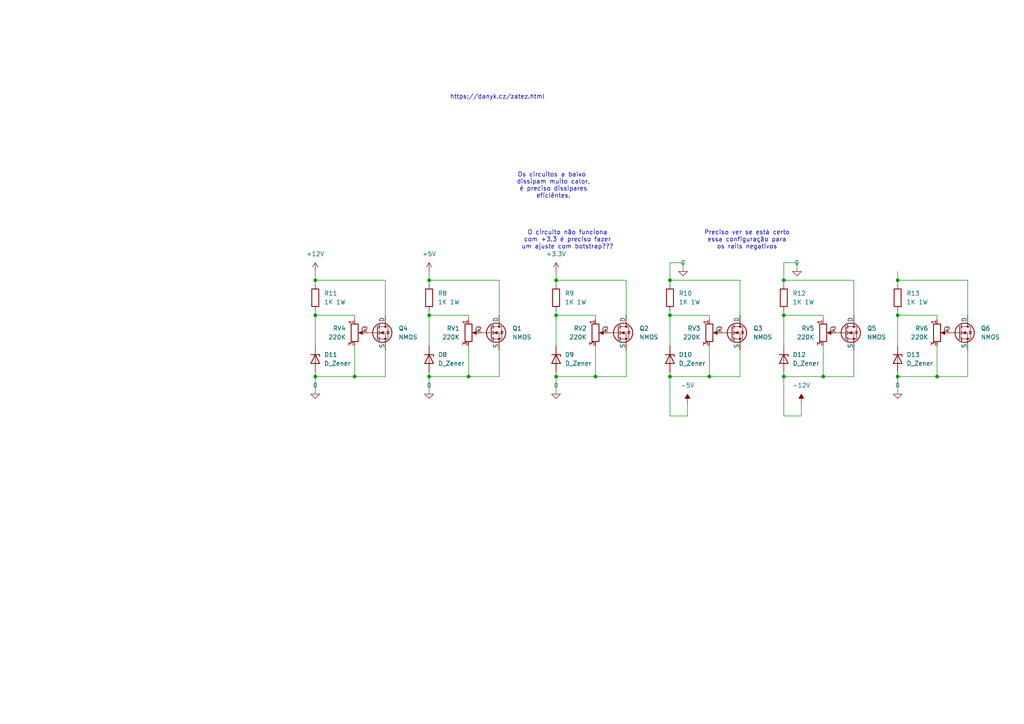
<source format=kicad_sch>
(kicad_sch (version 20231120) (generator "eeschema") (generator_version "8.0")
  (paper "A4")
  (lib_symbols
    (symbol "Device:D_Zener" (pin_numbers hide) (pin_names (offset 1.016) hide)
      (property "Reference" "D" (at 0 2.54 0))
      (property "Value" "D_Zener" (at 0 -2.54 0))
      (symbol "D_Zener_0_1"
        (polyline (pts (xy 1.27 0) (xy -1.27 0)))
        (polyline (pts (xy -1.27 -1.27) (xy -1.27 1.27) (xy -0.762 1.27)) (stroke (width 0.254)))
        (polyline (pts (xy 1.27 -1.27) (xy 1.27 1.27) (xy -1.27 0) (xy 1.27 -1.27)) (stroke (width 0.254)))
      )
      (symbol "D_Zener_1_1"
        (pin passive line (at -3.81 0 0) (length 2.54) (name "K") (number "1"))
        (pin passive line (at 3.81 0 180) (length 2.54) (name "A") (number "2"))
      )
    )
    (symbol "Device:R" (pin_numbers hide) (pin_names (offset 0))
      (property "Reference" "R" (at 2.032 0 90))
      (property "Value" "R" (at 0 0 90))
      (symbol "R_0_1"
        (rectangle (start -1.016 -2.54) (end 1.016 2.54) (stroke (width 0.254)))
      )
      (symbol "R_1_1"
        (pin passive line (at 0 3.81 270) (length 1.27) (name "~") (number "1"))
        (pin passive line (at 0 -3.81 90) (length 1.27) (name "~") (number "2"))
      )
    )
    (symbol "Device:R_Potentiometer" (pin_names (offset 1.016) hide)
      (property "Reference" "RV" (at -4.445 0 90))
      (property "Value" "R_Potentiometer" (at -2.54 0 90))
      (symbol "R_Potentiometer_0_1"
        (polyline (pts (xy 2.54 0) (xy 1.524 0)))
        (polyline (pts (xy 1.143 0) (xy 2.286 0.508) (xy 2.286 -0.508) (xy 1.143 0)) (fill (type outline)))
        (rectangle (start 1.016 2.54) (end -1.016 -2.54) (stroke (width 0.254)))
      )
      (symbol "R_Potentiometer_1_1"
        (pin passive line (at 0 3.81 270) (length 1.27) (name "1") (number "1"))
        (pin passive line (at 3.81 0 180) (length 1.27) (name "2") (number "2"))
        (pin passive line (at 0 -3.81 90) (length 1.27) (name "3") (number "3"))
      )
    )
    (symbol "Simulation_SPICE:0" (power) (pin_numbers hide) (pin_names (offset 0) hide)
      (property "Value" "0" (at 0 -2.54 0))
      (symbol "0_0_1"
        (polyline (pts (xy -1.27 0) (xy 0 -1.27) (xy 1.27 0) (xy -1.27 0)))
      )
      (symbol "0_1_1"
        (pin power_in line (at 0 0 0) (length 0) (name "~") (number "1"))
      )
    )
    (symbol "Simulation_SPICE:NMOS" (pin_numbers hide) (pin_names (offset 0))
      (property "Reference" "Q" (at 5.08 1.27 0))
      (property "Value" "NMOS" (at 5.08 -1.27 0))
      (symbol "NMOS_0_1"
        (polyline (pts (xy 0.254 0) (xy -2.54 0)))
        (polyline (pts (xy 0.254 1.905) (xy 0.254 -1.905)) (stroke (width 0.254)))
        (polyline (pts (xy 0.762 -1.27) (xy 0.762 -2.286)) (stroke (width 0.254)))
        (polyline (pts (xy 0.762 0.508) (xy 0.762 -0.508)) (stroke (width 0.254)))
        (polyline (pts (xy 0.762 2.286) (xy 0.762 1.27)) (stroke (width 0.254)))
        (polyline (pts (xy 2.54 2.54) (xy 2.54 1.778)))
        (polyline (pts (xy 2.54 -2.54) (xy 2.54 0) (xy 0.762 0)))
        (polyline (pts (xy 0.762 -1.778) (xy 3.302 -1.778) (xy 3.302 1.778) (xy 0.762 1.778)))
        (polyline (pts (xy 1.016 0) (xy 2.032 0.381) (xy 2.032 -0.381) (xy 1.016 0)) (fill (type outline)))
        (polyline (pts (xy 2.794 0.508) (xy 2.921 0.381) (xy 3.683 0.381) (xy 3.81 0.254)))
        (polyline (pts (xy 3.302 0.381) (xy 2.921 -0.254) (xy 3.683 -0.254) (xy 3.302 0.381)))
        (circle (center 1.651 0) (radius 2.794) (stroke (width 0.254)))
        (circle (center 2.54 -1.778) (radius 0.254) (fill (type outline)))
        (circle (center 2.54 1.778) (radius 0.254) (fill (type outline)))
      )
      (symbol "NMOS_1_1"
        (pin passive line (at 2.54 5.08 270) (length 2.54) (name "D") (number "1"))
        (pin input line (at -5.08 0 0) (length 2.54) (name "G") (number "2"))
        (pin passive line (at 2.54 -5.08 90) (length 2.54) (name "S") (number "3"))
      )
    )
    (symbol "power:+12V" (power) (pin_numbers hide) (pin_names (offset 0) hide)
      (property "Value" "+12V" (at 0 3.556 0))
      (symbol "+12V_0_1"
        (polyline (pts (xy -0.762 1.27) (xy 0 2.54)))
        (polyline (pts (xy 0 0) (xy 0 2.54)))
        (polyline (pts (xy 0 2.54) (xy 0.762 1.27)))
      )
      (symbol "+12V_1_1"
        (pin power_in line (at 0 0 90) (length 0) (name "~") (number "1"))
      )
    )
    (symbol "power:+3.3V" (power) (pin_numbers hide) (pin_names (offset 0) hide)
      (property "Value" "+3.3V" (at 0 3.556 0))
      (symbol "+3.3V_0_1"
        (polyline (pts (xy -0.762 1.27) (xy 0 2.54)))
        (polyline (pts (xy 0 0) (xy 0 2.54)))
        (polyline (pts (xy 0 2.54) (xy 0.762 1.27)))
      )
      (symbol "+3.3V_1_1"
        (pin power_in line (at 0 0 90) (length 0) (name "~") (number "1"))
      )
    )
    (symbol "power:+5V" (power) (pin_numbers hide) (pin_names (offset 0) hide)
      (property "Value" "+5V" (at 0 3.556 0))
      (symbol "+5V_0_1"
        (polyline (pts (xy -0.762 1.27) (xy 0 2.54)))
        (polyline (pts (xy 0 0) (xy 0 2.54)))
        (polyline (pts (xy 0 2.54) (xy 0.762 1.27)))
      )
      (symbol "+5V_1_1"
        (pin power_in line (at 0 0 90) (length 0) (name "~") (number "1"))
      )
    )
    (symbol "power:-12V" (power) (pin_numbers hide) (pin_names (offset 0) hide)
      (property "Value" "-12V" (at 0 3.556 0))
      (symbol "-12V_0_0"
        (pin power_in line (at 0 0 90) (length 0) (name "~") (number "1"))
      )
      (symbol "-12V_0_1"
        (polyline (pts (xy 0 0) (xy 0 1.27) (xy 0.762 1.27) (xy 0 2.54) (xy -0.762 1.27) (xy 0 1.27)) (fill (type outline)))
      )
    )
    (symbol "power:-5V" (power) (pin_numbers hide) (pin_names (offset 0) hide)
      (property "Value" "-5V" (at 0 3.556 0))
      (symbol "-5V_0_0"
        (pin power_in line (at 0 0 90) (length 0) (name "~") (number "1"))
      )
      (symbol "-5V_0_1"
        (polyline (pts (xy 0 0) (xy 0 1.27) (xy 0.762 1.27) (xy 0 2.54) (xy -0.762 1.27) (xy 0 1.27)) (fill (type outline)))
      )
    )
  )
  (junction (at 260.35 109.22))
  (junction (at 161.29 91.44))
  (junction (at 194.31 81.28))
  (junction (at 124.46 91.44))
  (junction (at 260.35 91.44))
  (junction (at 238.76 109.22))
  (junction (at 91.44 91.44))
  (junction (at 124.46 109.22))
  (junction (at 260.35 81.28))
  (junction (at 135.89 109.22))
  (junction (at 91.44 109.22))
  (junction (at 172.72 109.22))
  (junction (at 91.44 81.28))
  (junction (at 161.29 109.22))
  (junction (at 194.31 109.22))
  (junction (at 227.33 91.44))
  (junction (at 205.74 109.22))
  (junction (at 102.87 109.22))
  (junction (at 124.46 81.28))
  (junction (at 227.33 81.28))
  (junction (at 161.29 81.28))
  (junction (at 271.78 109.22))
  (junction (at 194.31 91.44))
  (junction (at 227.33 109.22))
  (wire (pts (xy 194.31 107.95) (xy 194.31 109.22)))
  (wire (pts (xy 194.31 76.2) (xy 198.12 76.2)))
  (wire (pts (xy 172.72 109.22) (xy 181.61 109.22)))
  (wire (pts (xy 172.72 100.33) (xy 172.72 109.22)))
  (wire (pts (xy 161.29 90.17) (xy 161.29 91.44)))
  (wire (pts (xy 135.89 109.22) (xy 144.78 109.22)))
  (wire (pts (xy 91.44 91.44) (xy 102.87 91.44)))
  (wire (pts (xy 124.46 107.95) (xy 124.46 109.22)))
  (wire (pts (xy 231.14 76.2) (xy 231.14 78.74)))
  (wire (pts (xy 194.31 81.28) (xy 194.31 82.55)))
  (wire (pts (xy 102.87 109.22) (xy 111.76 109.22)))
  (wire (pts (xy 161.29 81.28) (xy 161.29 82.55)))
  (wire (pts (xy 260.35 78.74) (xy 260.35 81.28)))
  (wire (pts (xy 102.87 100.33) (xy 102.87 109.22)))
  (wire (pts (xy 260.35 91.44) (xy 260.35 100.33)))
  (wire (pts (xy 232.41 116.84) (xy 232.41 120.65)))
  (wire (pts (xy 280.67 91.44) (xy 280.67 81.28)))
  (wire (pts (xy 280.67 81.28) (xy 260.35 81.28)))
  (wire (pts (xy 172.72 91.44) (xy 172.72 92.71)))
  (wire (pts (xy 124.46 81.28) (xy 124.46 82.55)))
  (wire (pts (xy 176.53 96.52) (xy 173.99 96.52)))
  (wire (pts (xy 242.57 96.52) (xy 240.03 96.52)))
  (wire (pts (xy 194.31 109.22) (xy 205.74 109.22)))
  (wire (pts (xy 194.31 109.22) (xy 194.31 120.65)))
  (wire (pts (xy 214.63 81.28) (xy 194.31 81.28)))
  (wire (pts (xy 124.46 91.44) (xy 124.46 100.33)))
  (wire (pts (xy 144.78 91.44) (xy 144.78 81.28)))
  (wire (pts (xy 238.76 109.22) (xy 247.65 109.22)))
  (wire (pts (xy 181.61 81.28) (xy 161.29 81.28)))
  (wire (pts (xy 209.55 96.52) (xy 207.01 96.52)))
  (wire (pts (xy 275.59 96.52) (xy 273.05 96.52)))
  (wire (pts (xy 111.76 91.44) (xy 111.76 81.28)))
  (wire (pts (xy 260.35 109.22) (xy 271.78 109.22)))
  (wire (pts (xy 227.33 107.95) (xy 227.33 109.22)))
  (wire (pts (xy 247.65 81.28) (xy 227.33 81.28)))
  (wire (pts (xy 247.65 91.44) (xy 247.65 81.28)))
  (wire (pts (xy 91.44 90.17) (xy 91.44 91.44)))
  (wire (pts (xy 227.33 90.17) (xy 227.33 91.44)))
  (wire (pts (xy 199.39 120.65) (xy 194.31 120.65)))
  (wire (pts (xy 238.76 100.33) (xy 238.76 109.22)))
  (wire (pts (xy 227.33 91.44) (xy 227.33 100.33)))
  (wire (pts (xy 199.39 116.84) (xy 199.39 120.65)))
  (wire (pts (xy 161.29 107.95) (xy 161.29 109.22)))
  (wire (pts (xy 227.33 109.22) (xy 238.76 109.22)))
  (wire (pts (xy 161.29 91.44) (xy 161.29 100.33)))
  (wire (pts (xy 111.76 81.28) (xy 91.44 81.28)))
  (wire (pts (xy 161.29 109.22) (xy 172.72 109.22)))
  (wire (pts (xy 205.74 100.33) (xy 205.74 109.22)))
  (wire (pts (xy 194.31 91.44) (xy 205.74 91.44)))
  (wire (pts (xy 247.65 109.22) (xy 247.65 101.6)))
  (wire (pts (xy 271.78 100.33) (xy 271.78 109.22)))
  (wire (pts (xy 135.89 91.44) (xy 135.89 92.71)))
  (wire (pts (xy 161.29 109.22) (xy 161.29 114.3)))
  (wire (pts (xy 91.44 109.22) (xy 102.87 109.22)))
  (wire (pts (xy 260.35 91.44) (xy 271.78 91.44)))
  (wire (pts (xy 227.33 81.28) (xy 227.33 82.55)))
  (wire (pts (xy 124.46 91.44) (xy 135.89 91.44)))
  (wire (pts (xy 91.44 109.22) (xy 91.44 114.3)))
  (wire (pts (xy 232.41 120.65) (xy 227.33 120.65)))
  (wire (pts (xy 181.61 109.22) (xy 181.61 101.6)))
  (wire (pts (xy 91.44 107.95) (xy 91.44 109.22)))
  (wire (pts (xy 271.78 91.44) (xy 271.78 92.71)))
  (wire (pts (xy 111.76 109.22) (xy 111.76 101.6)))
  (wire (pts (xy 227.33 91.44) (xy 238.76 91.44)))
  (wire (pts (xy 135.89 100.33) (xy 135.89 109.22)))
  (wire (pts (xy 144.78 109.22) (xy 144.78 101.6)))
  (wire (pts (xy 124.46 109.22) (xy 124.46 114.3)))
  (wire (pts (xy 181.61 91.44) (xy 181.61 81.28)))
  (wire (pts (xy 102.87 91.44) (xy 102.87 92.71)))
  (wire (pts (xy 260.35 81.28) (xy 260.35 82.55)))
  (wire (pts (xy 124.46 78.74) (xy 124.46 81.28)))
  (wire (pts (xy 238.76 91.44) (xy 238.76 92.71)))
  (wire (pts (xy 227.33 76.2) (xy 231.14 76.2)))
  (wire (pts (xy 194.31 91.44) (xy 194.31 100.33)))
  (wire (pts (xy 194.31 90.17) (xy 194.31 91.44)))
  (wire (pts (xy 271.78 109.22) (xy 280.67 109.22)))
  (wire (pts (xy 106.68 96.52) (xy 104.14 96.52)))
  (wire (pts (xy 161.29 91.44) (xy 172.72 91.44)))
  (wire (pts (xy 260.35 90.17) (xy 260.35 91.44)))
  (wire (pts (xy 280.67 109.22) (xy 280.67 101.6)))
  (wire (pts (xy 227.33 76.2) (xy 227.33 81.28)))
  (wire (pts (xy 139.7 96.52) (xy 137.16 96.52)))
  (wire (pts (xy 214.63 109.22) (xy 214.63 101.6)))
  (wire (pts (xy 205.74 91.44) (xy 205.74 92.71)))
  (wire (pts (xy 124.46 109.22) (xy 135.89 109.22)))
  (wire (pts (xy 198.12 76.2) (xy 198.12 78.74)))
  (wire (pts (xy 161.29 78.74) (xy 161.29 81.28)))
  (wire (pts (xy 91.44 91.44) (xy 91.44 100.33)))
  (wire (pts (xy 205.74 109.22) (xy 214.63 109.22)))
  (wire (pts (xy 214.63 91.44) (xy 214.63 81.28)))
  (wire (pts (xy 124.46 90.17) (xy 124.46 91.44)))
  (wire (pts (xy 144.78 81.28) (xy 124.46 81.28)))
  (wire (pts (xy 194.31 76.2) (xy 194.31 81.28)))
  (wire (pts (xy 260.35 109.22) (xy 260.35 114.3)))
  (wire (pts (xy 91.44 81.28) (xy 91.44 82.55)))
  (wire (pts (xy 227.33 109.22) (xy 227.33 120.65)))
  (wire (pts (xy 260.35 107.95) (xy 260.35 109.22)))
  (wire (pts (xy 91.44 78.74) (xy 91.44 81.28)))
  (text "Preciso ver se está certo\nessa configuração para\nos rails negativos" (at 216.662 69.596 0) (effects (font (size 1.27 1.27))))
  (text "O circuito não funciona\ncom +3.3 é preciso fazer\num ajuste com botstrap???" (at 164.592 69.596 0) (effects (font (size 1.27 1.27))))
  (text "https://danyk.cz/zatez.html" (at 144.272 28.194 0) (effects (font (size 1.27 1.27))))
  (text "Os circuitos a baixo \ndissipam muito calor,\né preciso dissipares\neficiêntes." (at 160.528 53.848 0) (effects (font (size 1.27 1.27))))
  (symbol (lib_id "Device:R_Potentiometer") (at 102.87 96.52 0) (unit 1)
    (property "Reference" "RV4" (at 100.33 95.2499 0) (effects (justify right)))
    (property "Value" "220K" (at 100.33 97.7899 0) (effects (justify right)))
    (property "Description" "Potentiometer" (effects (hide yes)))
  )
  (symbol (lib_id "Device:R") (at 161.29 86.36 0) (unit 1)
    (property "Reference" "R9" (at 163.83 85.0899 0) (effects (justify left)))
    (property "Value" "1K 1W" (at 163.83 87.6299 0) (effects (justify left)))
    (property "Description" "Resistor" (effects (hide yes)))
  )
  (symbol (lib_id "Device:R") (at 260.35 86.36 0) (unit 1)
    (property "Reference" "R13" (at 262.89 85.0899 0) (effects (justify left)))
    (property "Value" "1K 1W" (at 262.89 87.6299 0) (effects (justify left)))
    (property "Description" "Resistor" (effects (hide yes)))
  )
  (symbol (lib_id "power:-5V") (at 199.39 116.84 0) (unit 1)
    (property "Reference" "#PWR023" (effects (hide yes)))
    (property "Value" "-5V" (at 199.39 111.76 0))
    (property "Description" "Power symbol creates a global label with name \"-5V\"" (effects (hide yes)))
  )
  (symbol (lib_id "power:+12V") (at 91.44 78.74 0) (unit 1)
    (property "Reference" "#PWR020" (effects (hide yes)))
    (property "Value" "+12V" (at 91.44 73.66 0))
    (property "Description" "Power symbol creates a global label with name \"+12V\"" (effects (hide yes)))
  )
  (symbol (lib_id "Device:D_Zener") (at 227.33 104.14 270) (unit 1)
    (property "Reference" "D12" (at 229.87 102.8699 90) (effects (justify left)))
    (property "Value" "D_Zener" (at 229.87 105.4099 90) (effects (justify left)))
    (property "Description" "Zener diode" (effects (hide yes)))
  )
  (symbol (lib_id "Device:D_Zener") (at 124.46 104.14 270) (unit 1)
    (property "Reference" "D8" (at 127 102.8699 90) (effects (justify left)))
    (property "Value" "D_Zener" (at 127 105.4099 90) (effects (justify left)))
    (property "Description" "Zener diode" (effects (hide yes)))
  )
  (symbol (lib_id "Device:D_Zener") (at 91.44 104.14 270) (unit 1)
    (property "Reference" "D11" (at 93.98 102.8699 90) (effects (justify left)))
    (property "Value" "D_Zener" (at 93.98 105.4099 90) (effects (justify left)))
    (property "Description" "Zener diode" (effects (hide yes)))
  )
  (symbol (lib_id "Simulation_SPICE:NMOS") (at 179.07 96.52 0) (unit 1)
    (property "Reference" "Q2" (at 185.42 95.2499 0) (effects (justify left)))
    (property "Value" "NMOS" (at 185.42 97.7899 0) (effects (justify left)))
    (property "Datasheet" "https://ngspice.sourceforge.io/docs/ngspice-html-manual/manual.xhtml#cha_MOSFETs" (effects (hide yes)))
    (property "Description" "N-MOSFET transistor, drain/source/gate" (effects (hide yes)))
    (property "Sim.Device" "NMOS" (effects (hide yes)))
    (property "Sim.Type" "VDMOS" (effects (hide yes)))
    (property "Sim.Pins" "1=D 2=G 3=S" (effects (hide yes)))
  )
  (symbol (lib_id "Device:R_Potentiometer") (at 172.72 96.52 0) (unit 1)
    (property "Reference" "RV2" (at 170.18 95.2499 0) (effects (justify right)))
    (property "Value" "220K" (at 170.18 97.7899 0) (effects (justify right)))
    (property "Description" "Potentiometer" (effects (hide yes)))
  )
  (symbol (lib_id "Device:R_Potentiometer") (at 205.74 96.52 0) (unit 1)
    (property "Reference" "RV3" (at 203.2 95.2499 0) (effects (justify right)))
    (property "Value" "220K" (at 203.2 97.7899 0) (effects (justify right)))
    (property "Description" "Potentiometer" (effects (hide yes)))
  )
  (symbol (lib_id "Simulation_SPICE:NMOS") (at 278.13 96.52 0) (unit 1)
    (property "Reference" "Q6" (at 284.48 95.2499 0) (effects (justify left)))
    (property "Value" "NMOS" (at 284.48 97.7899 0) (effects (justify left)))
    (property "Datasheet" "https://ngspice.sourceforge.io/docs/ngspice-html-manual/manual.xhtml#cha_MOSFETs" (effects (hide yes)))
    (property "Description" "N-MOSFET transistor, drain/source/gate" (effects (hide yes)))
    (property "Sim.Device" "NMOS" (effects (hide yes)))
    (property "Sim.Type" "VDMOS" (effects (hide yes)))
    (property "Sim.Pins" "1=D 2=G 3=S" (effects (hide yes)))
  )
  (symbol (lib_id "Device:R_Potentiometer") (at 135.89 96.52 0) (unit 1)
    (property "Reference" "RV1" (at 133.35 95.2499 0) (effects (justify right)))
    (property "Value" "220K" (at 133.35 97.7899 0) (effects (justify right)))
    (property "Description" "Potentiometer" (effects (hide yes)))
  )
  (symbol (lib_id "Device:R_Potentiometer") (at 271.78 96.52 0) (unit 1)
    (property "Reference" "RV6" (at 269.24 95.2499 0) (effects (justify right)))
    (property "Value" "220K" (at 269.24 97.7899 0) (effects (justify right)))
    (property "Description" "Potentiometer" (effects (hide yes)))
  )
  (symbol (lib_id "Device:R") (at 227.33 86.36 0) (unit 1)
    (property "Reference" "R12" (at 229.87 85.0899 0) (effects (justify left)))
    (property "Value" "1K 1W" (at 229.87 87.6299 0) (effects (justify left)))
    (property "Description" "Resistor" (effects (hide yes)))
  )
  (symbol (lib_id "Simulation_SPICE:0") (at 198.12 78.74 0) (unit 1)
    (property "Reference" "#GND03" (effects (hide yes)))
    (property "Value" "0" (at 198.12 76.2 0))
    (property "Datasheet" "https://ngspice.sourceforge.io/docs/ngspice-html-manual/manual.xhtml#subsec_Circuit_elements__device" (effects (hide yes)))
    (property "Description" "0V reference potential for simulation" (effects (hide yes)))
  )
  (symbol (lib_id "power:+5V") (at 124.46 78.74 0) (unit 1)
    (property "Reference" "#PWR021" (effects (hide yes)))
    (property "Value" "+5V" (at 124.46 73.66 0))
    (property "Description" "Power symbol creates a global label with name \"+5V\"" (effects (hide yes)))
  )
  (symbol (lib_id "Simulation_SPICE:NMOS") (at 142.24 96.52 0) (unit 1)
    (property "Reference" "Q1" (at 148.59 95.2499 0) (effects (justify left)))
    (property "Value" "NMOS" (at 148.59 97.7899 0) (effects (justify left)))
    (property "Datasheet" "https://ngspice.sourceforge.io/docs/ngspice-html-manual/manual.xhtml#cha_MOSFETs" (effects (hide yes)))
    (property "Description" "N-MOSFET transistor, drain/source/gate" (effects (hide yes)))
    (property "Sim.Device" "NMOS" (effects (hide yes)))
    (property "Sim.Type" "VDMOS" (effects (hide yes)))
    (property "Sim.Pins" "1=D 2=G 3=S" (effects (hide yes)))
  )
  (symbol (lib_id "power:-12V") (at 232.41 116.84 0) (unit 1)
    (property "Reference" "#PWR024" (effects (hide yes)))
    (property "Value" "-12V" (at 232.41 111.76 0))
    (property "Description" "Power symbol creates a global label with name \"-12V\"" (effects (hide yes)))
  )
  (symbol (lib_id "Simulation_SPICE:0") (at 124.46 114.3 0) (unit 1)
    (property "Reference" "#GND01" (effects (hide yes)))
    (property "Value" "0" (at 124.46 111.76 0))
    (property "Datasheet" "https://ngspice.sourceforge.io/docs/ngspice-html-manual/manual.xhtml#subsec_Circuit_elements__device" (effects (hide yes)))
    (property "Description" "0V reference potential for simulation" (effects (hide yes)))
  )
  (symbol (lib_id "Device:R") (at 194.31 86.36 0) (unit 1)
    (property "Reference" "R10" (at 196.85 85.0899 0) (effects (justify left)))
    (property "Value" "1K 1W" (at 196.85 87.6299 0) (effects (justify left)))
    (property "Description" "Resistor" (effects (hide yes)))
  )
  (symbol (lib_id "Simulation_SPICE:0") (at 231.14 78.74 0) (unit 1)
    (property "Reference" "#GND05" (effects (hide yes)))
    (property "Value" "0" (at 231.14 76.2 0))
    (property "Datasheet" "https://ngspice.sourceforge.io/docs/ngspice-html-manual/manual.xhtml#subsec_Circuit_elements__device" (effects (hide yes)))
    (property "Description" "0V reference potential for simulation" (effects (hide yes)))
  )
  (symbol (lib_id "Simulation_SPICE:NMOS") (at 245.11 96.52 0) (unit 1)
    (property "Reference" "Q5" (at 251.46 95.2499 0) (effects (justify left)))
    (property "Value" "NMOS" (at 251.46 97.7899 0) (effects (justify left)))
    (property "Datasheet" "https://ngspice.sourceforge.io/docs/ngspice-html-manual/manual.xhtml#cha_MOSFETs" (effects (hide yes)))
    (property "Description" "N-MOSFET transistor, drain/source/gate" (effects (hide yes)))
    (property "Sim.Device" "NMOS" (effects (hide yes)))
    (property "Sim.Type" "VDMOS" (effects (hide yes)))
    (property "Sim.Pins" "1=D 2=G 3=S" (effects (hide yes)))
  )
  (symbol (lib_id "Simulation_SPICE:0") (at 260.35 114.3 0) (unit 1)
    (property "Reference" "#GND06" (effects (hide yes)))
    (property "Value" "0" (at 260.35 111.76 0))
    (property "Datasheet" "https://ngspice.sourceforge.io/docs/ngspice-html-manual/manual.xhtml#subsec_Circuit_elements__device" (effects (hide yes)))
    (property "Description" "0V reference potential for simulation" (effects (hide yes)))
  )
  (symbol (lib_id "power:+3.3V") (at 161.29 78.74 0) (unit 1)
    (property "Reference" "#PWR022" (effects (hide yes)))
    (property "Value" "+3.3V" (at 161.29 73.66 0))
    (property "Description" "Power symbol creates a global label with name \"+3.3V\"" (effects (hide yes)))
  )
  (symbol (lib_id "Device:R") (at 124.46 86.36 0) (unit 1)
    (property "Reference" "R8" (at 127 85.0899 0) (effects (justify left)))
    (property "Value" "1K 1W" (at 127 87.6299 0) (effects (justify left)))
    (property "Description" "Resistor" (effects (hide yes)))
  )
  (symbol (lib_id "Device:D_Zener") (at 194.31 104.14 270) (unit 1)
    (property "Reference" "D10" (at 196.85 102.8699 90) (effects (justify left)))
    (property "Value" "D_Zener" (at 196.85 105.4099 90) (effects (justify left)))
    (property "Description" "Zener diode" (effects (hide yes)))
  )
  (symbol (lib_id "Simulation_SPICE:0") (at 91.44 114.3 0) (unit 1)
    (property "Reference" "#GND04" (effects (hide yes)))
    (property "Value" "0" (at 91.44 111.76 0))
    (property "Datasheet" "https://ngspice.sourceforge.io/docs/ngspice-html-manual/manual.xhtml#subsec_Circuit_elements__device" (effects (hide yes)))
    (property "Description" "0V reference potential for simulation" (effects (hide yes)))
  )
  (symbol (lib_id "Simulation_SPICE:NMOS") (at 212.09 96.52 0) (unit 1)
    (property "Reference" "Q3" (at 218.44 95.2499 0) (effects (justify left)))
    (property "Value" "NMOS" (at 218.44 97.7899 0) (effects (justify left)))
    (property "Datasheet" "https://ngspice.sourceforge.io/docs/ngspice-html-manual/manual.xhtml#cha_MOSFETs" (effects (hide yes)))
    (property "Description" "N-MOSFET transistor, drain/source/gate" (effects (hide yes)))
    (property "Sim.Device" "NMOS" (effects (hide yes)))
    (property "Sim.Type" "VDMOS" (effects (hide yes)))
    (property "Sim.Pins" "1=D 2=G 3=S" (effects (hide yes)))
  )
  (symbol (lib_id "Simulation_SPICE:0") (at 161.29 114.3 0) (unit 1)
    (property "Reference" "#GND02" (effects (hide yes)))
    (property "Value" "0" (at 161.29 111.76 0))
    (property "Datasheet" "https://ngspice.sourceforge.io/docs/ngspice-html-manual/manual.xhtml#subsec_Circuit_elements__device" (effects (hide yes)))
    (property "Description" "0V reference potential for simulation" (effects (hide yes)))
  )
  (symbol (lib_id "Device:D_Zener") (at 260.35 104.14 270) (unit 1)
    (property "Reference" "D13" (at 262.89 102.8699 90) (effects (justify left)))
    (property "Value" "D_Zener" (at 262.89 105.4099 90) (effects (justify left)))
    (property "Description" "Zener diode" (effects (hide yes)))
  )
  (symbol (lib_id "Device:D_Zener") (at 161.29 104.14 270) (unit 1)
    (property "Reference" "D9" (at 163.83 102.8699 90) (effects (justify left)))
    (property "Value" "D_Zener" (at 163.83 105.4099 90) (effects (justify left)))
    (property "Description" "Zener diode" (effects (hide yes)))
  )
  (symbol (lib_id "Simulation_SPICE:NMOS") (at 109.22 96.52 0) (unit 1)
    (property "Reference" "Q4" (at 115.57 95.2499 0) (effects (justify left)))
    (property "Value" "NMOS" (at 115.57 97.7899 0) (effects (justify left)))
    (property "Datasheet" "https://ngspice.sourceforge.io/docs/ngspice-html-manual/manual.xhtml#cha_MOSFETs" (effects (hide yes)))
    (property "Description" "N-MOSFET transistor, drain/source/gate" (effects (hide yes)))
    (property "Sim.Device" "NMOS" (effects (hide yes)))
    (property "Sim.Type" "VDMOS" (effects (hide yes)))
    (property "Sim.Pins" "1=D 2=G 3=S" (effects (hide yes)))
  )
  (symbol (lib_id "Device:R_Potentiometer") (at 238.76 96.52 0) (unit 1)
    (property "Reference" "RV5" (at 236.22 95.2499 0) (effects (justify right)))
    (property "Value" "220K" (at 236.22 97.7899 0) (effects (justify right)))
    (property "Description" "Potentiometer" (effects (hide yes)))
  )
  (symbol (lib_id "Device:R") (at 91.44 86.36 0) (unit 1)
    (property "Reference" "R11" (at 93.98 85.0899 0) (effects (justify left)))
    (property "Value" "1K 1W" (at 93.98 87.6299 0) (effects (justify left)))
    (property "Description" "Resistor" (effects (hide yes)))
  )
)
</source>
